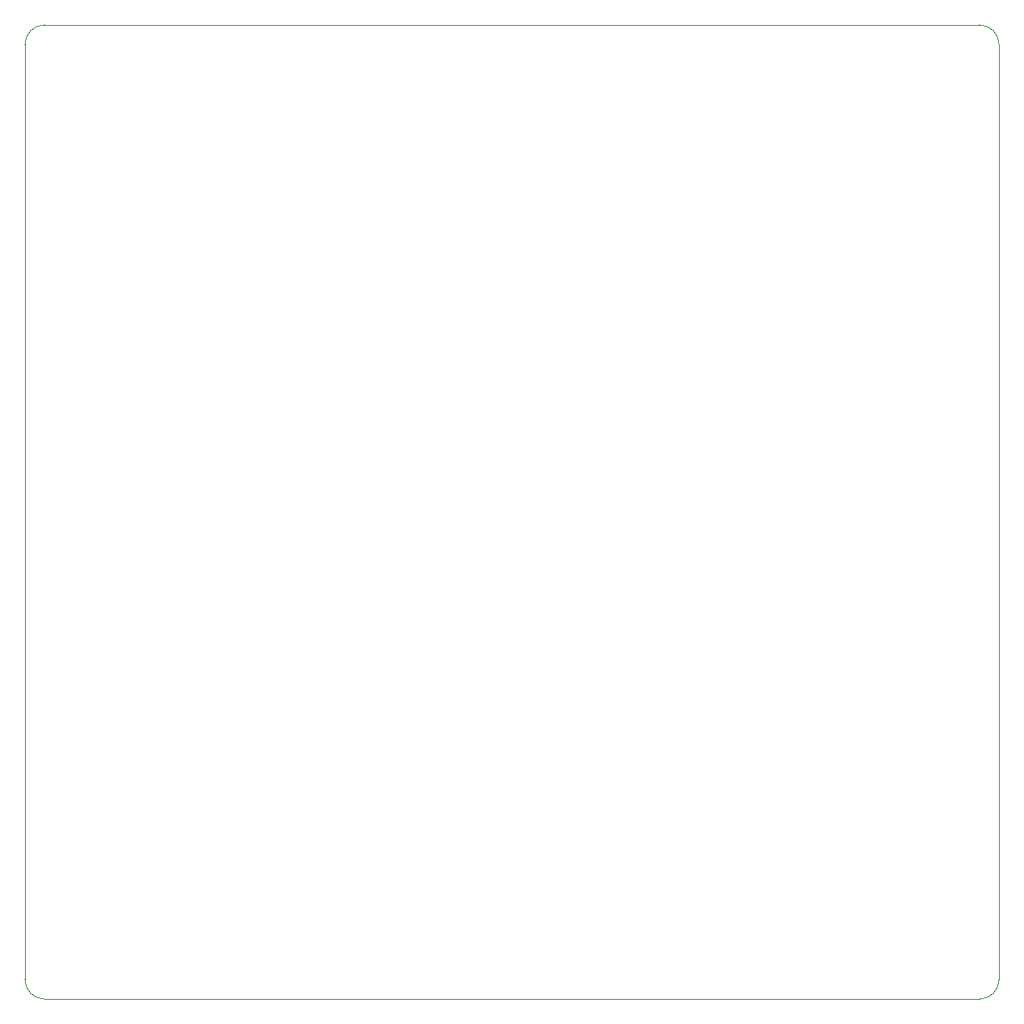
<source format=gbr>
%TF.GenerationSoftware,KiCad,Pcbnew,7.0.10*%
%TF.CreationDate,2024-04-15T10:50:27-06:00*%
%TF.ProjectId,ducuchu,64756375-6368-4752-9e6b-696361645f70,rev?*%
%TF.SameCoordinates,Original*%
%TF.FileFunction,Profile,NP*%
%FSLAX46Y46*%
G04 Gerber Fmt 4.6, Leading zero omitted, Abs format (unit mm)*
G04 Created by KiCad (PCBNEW 7.0.10) date 2024-04-15 10:50:27*
%MOMM*%
%LPD*%
G01*
G04 APERTURE LIST*
%TA.AperFunction,Profile*%
%ADD10C,0.100000*%
%TD*%
G04 APERTURE END LIST*
D10*
X188000000Y-160000000D02*
X93000000Y-160000000D01*
X190000000Y-63000000D02*
G75*
G03*
X188000000Y-61000000I-2000000J0D01*
G01*
X91000000Y-158000000D02*
G75*
G03*
X93000000Y-160000000I2000000J0D01*
G01*
X93000000Y-61000000D02*
X188000000Y-61000000D01*
X190000000Y-63000000D02*
X190000000Y-158000000D01*
X93000000Y-61000000D02*
G75*
G03*
X91000000Y-63000000I0J-2000000D01*
G01*
X91000000Y-158000000D02*
X91000000Y-63000000D01*
X188000000Y-160000000D02*
G75*
G03*
X190000000Y-158000000I0J2000000D01*
G01*
M02*

</source>
